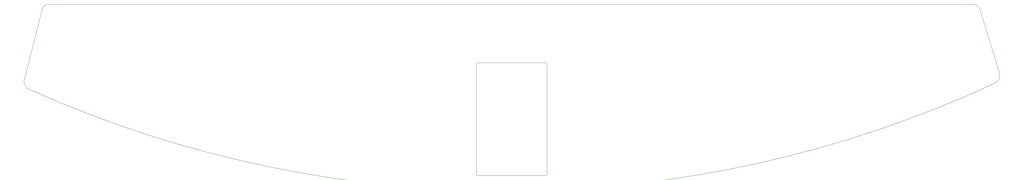
<source format=gbr>
%TF.GenerationSoftware,KiCad,Pcbnew,(5.1.6)-1*%
%TF.CreationDate,2020-12-26T21:50:01+02:00*%
%TF.ProjectId,cubetimer,63756265-7469-46d6-9572-2e6b69636164,rev?*%
%TF.SameCoordinates,Original*%
%TF.FileFunction,Profile,NP*%
%FSLAX46Y46*%
G04 Gerber Fmt 4.6, Leading zero omitted, Abs format (unit mm)*
G04 Created by KiCad (PCBNEW (5.1.6)-1) date 2020-12-26 21:50:01*
%MOMM*%
%LPD*%
G01*
G04 APERTURE LIST*
%TA.AperFunction,Profile*%
%ADD10C,0.050000*%
%TD*%
G04 APERTURE END LIST*
D10*
X158800000Y-77100000D02*
X158800000Y-78000000D01*
X158300000Y-76600000D02*
X157700000Y-76600000D01*
X158300000Y-76600000D02*
G75*
G02*
X158800000Y-77100000I0J-500000D01*
G01*
X139300000Y-76600000D02*
X157700000Y-76600000D01*
X158800000Y-108100000D02*
X158800000Y-78000000D01*
X138800000Y-77100000D02*
G75*
G02*
X139300000Y-76600000I500000J0D01*
G01*
X158800000Y-108100000D02*
G75*
G02*
X158300000Y-108600000I-500000J0D01*
G01*
X139300000Y-108600000D02*
X158300000Y-108600000D01*
X139300000Y-108600000D02*
G75*
G02*
X138800000Y-108100000I0J500000D01*
G01*
X138800000Y-108100000D02*
X138800000Y-77100000D01*
X16018575Y-61567985D02*
X11084430Y-80964834D01*
X16018575Y-61567985D02*
G75*
G02*
X18099999Y-60000001I1881425J-332015D01*
G01*
X281194812Y-61485907D02*
X286672206Y-79518006D01*
X279100000Y-60000000D02*
G75*
G02*
X281194812Y-61485907I94813J-2085906D01*
G01*
X286672206Y-79518006D02*
G75*
G02*
X285199999Y-82499999I-2172206J-781994D01*
G01*
X160200000Y-60000000D02*
X279100000Y-60000000D01*
X137400000Y-60000000D02*
X18100000Y-60000000D01*
X12219853Y-84042852D02*
G75*
G02*
X11084430Y-80964834I1164577J2178018D01*
G01*
X285200000Y-82500000D02*
G75*
G02*
X12219853Y-84042852I-138180148J298257147D01*
G01*
X137400000Y-60000000D02*
X160200000Y-60000000D01*
M02*

</source>
